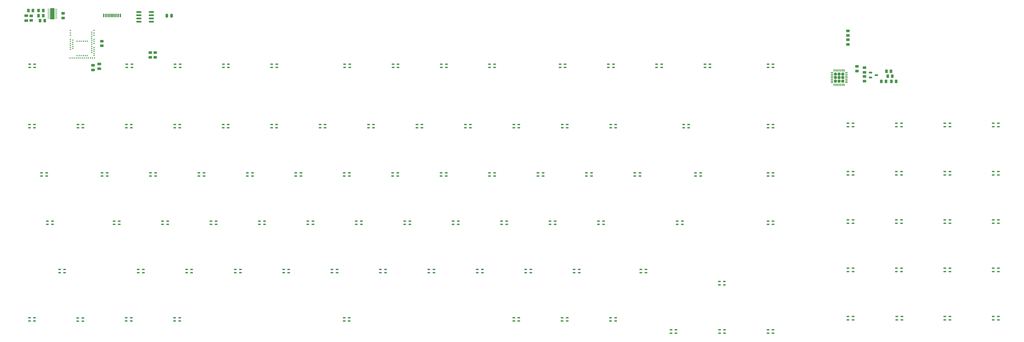
<source format=gbr>
%TF.GenerationSoftware,KiCad,Pcbnew,9.0.3*%
%TF.CreationDate,2026-01-06T15:55:55+03:00*%
%TF.ProjectId,Keyboard,4b657962-6f61-4726-942e-6b696361645f,rev?*%
%TF.SameCoordinates,Original*%
%TF.FileFunction,Paste,Top*%
%TF.FilePolarity,Positive*%
%FSLAX46Y46*%
G04 Gerber Fmt 4.6, Leading zero omitted, Abs format (unit mm)*
G04 Created by KiCad (PCBNEW 9.0.3) date 2026-01-06 15:55:55*
%MOMM*%
%LPD*%
G01*
G04 APERTURE LIST*
G04 Aperture macros list*
%AMRoundRect*
0 Rectangle with rounded corners*
0 $1 Rounding radius*
0 $2 $3 $4 $5 $6 $7 $8 $9 X,Y pos of 4 corners*
0 Add a 4 corners polygon primitive as box body*
4,1,4,$2,$3,$4,$5,$6,$7,$8,$9,$2,$3,0*
0 Add four circle primitives for the rounded corners*
1,1,$1+$1,$2,$3*
1,1,$1+$1,$4,$5*
1,1,$1+$1,$6,$7*
1,1,$1+$1,$8,$9*
0 Add four rect primitives between the rounded corners*
20,1,$1+$1,$2,$3,$4,$5,0*
20,1,$1+$1,$4,$5,$6,$7,0*
20,1,$1+$1,$6,$7,$8,$9,0*
20,1,$1+$1,$8,$9,$2,$3,0*%
G04 Aperture macros list end*
%ADD10C,0.000000*%
%ADD11RoundRect,0.250000X-0.475000X0.250000X-0.475000X-0.250000X0.475000X-0.250000X0.475000X0.250000X0*%
%ADD12RoundRect,0.250000X0.475000X-0.250000X0.475000X0.250000X-0.475000X0.250000X-0.475000X-0.250000X0*%
%ADD13RoundRect,0.250000X-0.250000X-0.475000X0.250000X-0.475000X0.250000X0.475000X-0.250000X0.475000X0*%
%ADD14R,1.000000X0.600000*%
%ADD15RoundRect,0.150000X-0.512500X-0.150000X0.512500X-0.150000X0.512500X0.150000X-0.512500X0.150000X0*%
%ADD16R,0.600000X1.450000*%
%ADD17R,0.300000X1.450000*%
%ADD18RoundRect,0.250000X-0.262500X-0.450000X0.262500X-0.450000X0.262500X0.450000X-0.262500X0.450000X0*%
%ADD19RoundRect,0.250000X0.262500X0.450000X-0.262500X0.450000X-0.262500X-0.450000X0.262500X-0.450000X0*%
%ADD20RoundRect,0.250000X-0.450000X0.262500X-0.450000X-0.262500X0.450000X-0.262500X0.450000X0.262500X0*%
%ADD21RoundRect,0.250000X0.450000X-0.262500X0.450000X0.262500X-0.450000X0.262500X-0.450000X-0.262500X0*%
%ADD22R,1.750000X4.500001*%
%ADD23R,0.804800X0.249200*%
%ADD24RoundRect,0.150000X-0.825000X-0.150000X0.825000X-0.150000X0.825000X0.150000X-0.825000X0.150000X0*%
%ADD25R,0.400000X0.600000*%
%ADD26R,0.600000X0.400000*%
%ADD27RoundRect,0.250000X-0.320000X0.320000X-0.320000X-0.320000X0.320000X-0.320000X0.320000X0.320000X0*%
%ADD28RoundRect,0.075000X-0.075000X0.437500X-0.075000X-0.437500X0.075000X-0.437500X0.075000X0.437500X0*%
%ADD29RoundRect,0.075000X-0.437500X0.075000X-0.437500X-0.075000X0.437500X-0.075000X0.437500X0.075000X0*%
G04 APERTURE END LIST*
D10*
%TO.C,U1*%
G36*
X21572600Y-7900000D02*
G01*
X20022600Y-7900000D01*
X20022600Y-6599999D01*
X21572600Y-6599999D01*
X21572600Y-7900000D01*
G37*
G36*
X21572600Y-6399999D02*
G01*
X20022600Y-6399999D01*
X20022600Y-5099999D01*
X21572600Y-5099999D01*
X21572600Y-6399999D01*
G37*
G36*
X21572600Y-4899999D02*
G01*
X20022600Y-4899999D01*
X20022600Y-3599998D01*
X21572600Y-3599998D01*
X21572600Y-4899999D01*
G37*
%TD*%
D11*
%TO.C,C1*%
X36750000Y-27950000D03*
X36750000Y-26050000D03*
%TD*%
%TO.C,C2*%
X39250000Y-27450000D03*
X39250000Y-25550000D03*
%TD*%
D12*
%TO.C,C4*%
X10500000Y-6550000D03*
X10500000Y-8450000D03*
%TD*%
D13*
%TO.C,C7*%
X67700000Y-6500000D03*
X65800000Y-6500000D03*
%TD*%
D14*
%TO.C,D104*%
X11850000Y-26950000D03*
X11850000Y-25650000D03*
X13850000Y-25650000D03*
X13850000Y-26950000D03*
%TD*%
%TO.C,D105*%
X50050000Y-26950000D03*
X50050000Y-25650000D03*
X52050000Y-25650000D03*
X52050000Y-26950000D03*
%TD*%
%TO.C,D106*%
X69050000Y-26950000D03*
X69050000Y-25650000D03*
X71050000Y-25650000D03*
X71050000Y-26950000D03*
%TD*%
%TO.C,D107*%
X88050000Y-26950000D03*
X88050000Y-25650000D03*
X90050000Y-25650000D03*
X90050000Y-26950000D03*
%TD*%
%TO.C,D108*%
X107050000Y-26950000D03*
X107050000Y-25650000D03*
X109050000Y-25650000D03*
X109050000Y-26950000D03*
%TD*%
%TO.C,D109*%
X135750000Y-26950000D03*
X135750000Y-25650000D03*
X137750000Y-25650000D03*
X137750000Y-26950000D03*
%TD*%
%TO.C,D110*%
X154750000Y-26950000D03*
X154750000Y-25650000D03*
X156750000Y-25650000D03*
X156750000Y-26950000D03*
%TD*%
%TO.C,D111*%
X173750000Y-26950000D03*
X173750000Y-25650000D03*
X175750000Y-25650000D03*
X175750000Y-26950000D03*
%TD*%
%TO.C,D112*%
X192750000Y-26950000D03*
X192750000Y-25650000D03*
X194750000Y-25650000D03*
X194750000Y-26950000D03*
%TD*%
%TO.C,D113*%
X220450000Y-26950000D03*
X220450000Y-25650000D03*
X222450000Y-25650000D03*
X222450000Y-26950000D03*
%TD*%
%TO.C,D114*%
X239450000Y-26950000D03*
X239450000Y-25650000D03*
X241450000Y-25650000D03*
X241450000Y-26950000D03*
%TD*%
%TO.C,D115*%
X258450000Y-26950000D03*
X258450000Y-25650000D03*
X260450000Y-25650000D03*
X260450000Y-26950000D03*
%TD*%
%TO.C,D116*%
X277450000Y-26950000D03*
X277450000Y-25650000D03*
X279450000Y-25650000D03*
X279450000Y-26950000D03*
%TD*%
%TO.C,D117*%
X302250000Y-26950000D03*
X302250000Y-25650000D03*
X304250000Y-25650000D03*
X304250000Y-26950000D03*
%TD*%
%TO.C,D118*%
X11750000Y-50750000D03*
X11750000Y-49450000D03*
X13750000Y-49450000D03*
X13750000Y-50750000D03*
%TD*%
%TO.C,D119*%
X30800000Y-50750000D03*
X30800000Y-49450000D03*
X32800000Y-49450000D03*
X32800000Y-50750000D03*
%TD*%
%TO.C,D120*%
X49850000Y-50750000D03*
X49850000Y-49450000D03*
X51850000Y-49450000D03*
X51850000Y-50750000D03*
%TD*%
%TO.C,D121*%
X68900000Y-50750000D03*
X68900000Y-49450000D03*
X70900000Y-49450000D03*
X70900000Y-50750000D03*
%TD*%
%TO.C,D122*%
X87950000Y-50750000D03*
X87950000Y-49450000D03*
X89950000Y-49450000D03*
X89950000Y-50750000D03*
%TD*%
%TO.C,D123*%
X107000000Y-50750000D03*
X107000000Y-49450000D03*
X109000000Y-49450000D03*
X109000000Y-50750000D03*
%TD*%
%TO.C,D124*%
X126050000Y-50750000D03*
X126050000Y-49450000D03*
X128050000Y-49450000D03*
X128050000Y-50750000D03*
%TD*%
%TO.C,D125*%
X145100000Y-50750000D03*
X145100000Y-49450000D03*
X147100000Y-49450000D03*
X147100000Y-50750000D03*
%TD*%
%TO.C,D126*%
X164150000Y-50750000D03*
X164150000Y-49450000D03*
X166150000Y-49450000D03*
X166150000Y-50750000D03*
%TD*%
%TO.C,D127*%
X183200000Y-50750000D03*
X183200000Y-49450000D03*
X185200000Y-49450000D03*
X185200000Y-50750000D03*
%TD*%
%TO.C,D128*%
X202250000Y-50750000D03*
X202250000Y-49450000D03*
X204250000Y-49450000D03*
X204250000Y-50750000D03*
%TD*%
%TO.C,D129*%
X221300000Y-50750000D03*
X221300000Y-49450000D03*
X223300000Y-49450000D03*
X223300000Y-50750000D03*
%TD*%
%TO.C,D130*%
X240350000Y-50750000D03*
X240350000Y-49450000D03*
X242350000Y-49450000D03*
X242350000Y-50750000D03*
%TD*%
%TO.C,D131*%
X269050000Y-50750000D03*
X269050000Y-49450000D03*
X271050000Y-49450000D03*
X271050000Y-50750000D03*
%TD*%
%TO.C,D132*%
X304250000Y-50750000D03*
X304250000Y-49450000D03*
X302250000Y-49450000D03*
X302250000Y-50750000D03*
%TD*%
%TO.C,D133*%
X16550000Y-69800000D03*
X16550000Y-68500000D03*
X18550000Y-68500000D03*
X18550000Y-69800000D03*
%TD*%
%TO.C,D134*%
X40350000Y-69800000D03*
X40350000Y-68500000D03*
X42350000Y-68500000D03*
X42350000Y-69800000D03*
%TD*%
%TO.C,D135*%
X59400000Y-69800000D03*
X59400000Y-68500000D03*
X61400000Y-68500000D03*
X61400000Y-69800000D03*
%TD*%
%TO.C,D136*%
X78450000Y-69800000D03*
X78450000Y-68500000D03*
X80450000Y-68500000D03*
X80450000Y-69800000D03*
%TD*%
%TO.C,D137*%
X97500000Y-69800000D03*
X97500000Y-68500000D03*
X99500000Y-68500000D03*
X99500000Y-69800000D03*
%TD*%
%TO.C,D138*%
X116550000Y-69800000D03*
X116550000Y-68500000D03*
X118550000Y-68500000D03*
X118550000Y-69800000D03*
%TD*%
%TO.C,D139*%
X135600000Y-69800000D03*
X135600000Y-68500000D03*
X137600000Y-68500000D03*
X137600000Y-69800000D03*
%TD*%
%TO.C,D140*%
X154650000Y-69800000D03*
X154650000Y-68500000D03*
X156650000Y-68500000D03*
X156650000Y-69800000D03*
%TD*%
%TO.C,D141*%
X173700000Y-69800000D03*
X173700000Y-68500000D03*
X175700000Y-68500000D03*
X175700000Y-69800000D03*
%TD*%
%TO.C,D142*%
X192750000Y-69800000D03*
X192750000Y-68500000D03*
X194750000Y-68500000D03*
X194750000Y-69800000D03*
%TD*%
%TO.C,D143*%
X211800000Y-69800000D03*
X211800000Y-68500000D03*
X213800000Y-68500000D03*
X213800000Y-69800000D03*
%TD*%
%TO.C,D144*%
X230850000Y-69800000D03*
X230850000Y-68500000D03*
X232850000Y-68500000D03*
X232850000Y-69800000D03*
%TD*%
%TO.C,D145*%
X249900000Y-69800000D03*
X249900000Y-68500000D03*
X251900000Y-68500000D03*
X251900000Y-69800000D03*
%TD*%
%TO.C,D146*%
X273750000Y-69800000D03*
X273750000Y-68500000D03*
X275750000Y-68500000D03*
X275750000Y-69800000D03*
%TD*%
%TO.C,D147*%
X302250000Y-69800000D03*
X302250000Y-68500000D03*
X304250000Y-68500000D03*
X304250000Y-69800000D03*
%TD*%
%TO.C,D148*%
X18850000Y-88850000D03*
X18850000Y-87550000D03*
X20850000Y-87550000D03*
X20850000Y-88850000D03*
%TD*%
%TO.C,D149*%
X45050000Y-88850000D03*
X45050000Y-87550000D03*
X47050000Y-87550000D03*
X47050000Y-88850000D03*
%TD*%
%TO.C,D150*%
X64150000Y-88850000D03*
X64150000Y-87550000D03*
X66150000Y-87550000D03*
X66150000Y-88850000D03*
%TD*%
%TO.C,D151*%
X83200000Y-88850000D03*
X83200000Y-87550000D03*
X85200000Y-87550000D03*
X85200000Y-88850000D03*
%TD*%
%TO.C,D152*%
X102250000Y-88850000D03*
X102250000Y-87550000D03*
X104250000Y-87550000D03*
X104250000Y-88850000D03*
%TD*%
%TO.C,D153*%
X121250000Y-88850000D03*
X121250000Y-87550000D03*
X123250000Y-87550000D03*
X123250000Y-88850000D03*
%TD*%
%TO.C,D154*%
X140300000Y-88850000D03*
X140300000Y-87550000D03*
X142300000Y-87550000D03*
X142300000Y-88850000D03*
%TD*%
%TO.C,D155*%
X159350000Y-88850000D03*
X159350000Y-87550000D03*
X161350000Y-87550000D03*
X161350000Y-88850000D03*
%TD*%
%TO.C,D156*%
X178400000Y-88850000D03*
X178400000Y-87550000D03*
X180400000Y-87550000D03*
X180400000Y-88850000D03*
%TD*%
%TO.C,D157*%
X197450000Y-88850000D03*
X197450000Y-87550000D03*
X199450000Y-87550000D03*
X199450000Y-88850000D03*
%TD*%
%TO.C,D158*%
X216500000Y-88850000D03*
X216500000Y-87550000D03*
X218500000Y-87550000D03*
X218500000Y-88850000D03*
%TD*%
%TO.C,D159*%
X235550000Y-88850000D03*
X235550000Y-87550000D03*
X237550000Y-87550000D03*
X237550000Y-88850000D03*
%TD*%
%TO.C,D160*%
X266550000Y-88850000D03*
X266550000Y-87550000D03*
X268550000Y-87550000D03*
X268550000Y-88850000D03*
%TD*%
%TO.C,D161*%
X302250000Y-88850000D03*
X302250000Y-87550000D03*
X304250000Y-87550000D03*
X304250000Y-88850000D03*
%TD*%
%TO.C,D162*%
X23600000Y-107900000D03*
X23600000Y-106600000D03*
X25600000Y-106600000D03*
X25600000Y-107900000D03*
%TD*%
%TO.C,D163*%
X54550000Y-107900000D03*
X54550000Y-106600000D03*
X56550000Y-106600000D03*
X56550000Y-107900000D03*
%TD*%
%TO.C,D164*%
X73550000Y-107900000D03*
X73550000Y-106600000D03*
X75550000Y-106600000D03*
X75550000Y-107900000D03*
%TD*%
%TO.C,D165*%
X92750000Y-107900000D03*
X92750000Y-106600000D03*
X94750000Y-106600000D03*
X94750000Y-107900000D03*
%TD*%
%TO.C,D166*%
X111750000Y-107900000D03*
X111750000Y-106600000D03*
X113750000Y-106600000D03*
X113750000Y-107900000D03*
%TD*%
%TO.C,D167*%
X130750000Y-107900000D03*
X130750000Y-106600000D03*
X132750000Y-106600000D03*
X132750000Y-107900000D03*
%TD*%
%TO.C,D168*%
X149800000Y-107900000D03*
X149800000Y-106600000D03*
X151800000Y-106600000D03*
X151800000Y-107900000D03*
%TD*%
%TO.C,D169*%
X168850000Y-107900000D03*
X168850000Y-106600000D03*
X170850000Y-106600000D03*
X170850000Y-107900000D03*
%TD*%
%TO.C,D170*%
X187900000Y-107900000D03*
X187900000Y-106600000D03*
X189900000Y-106600000D03*
X189900000Y-107900000D03*
%TD*%
%TO.C,D171*%
X206950000Y-107900000D03*
X206950000Y-106600000D03*
X208950000Y-106600000D03*
X208950000Y-107900000D03*
%TD*%
%TO.C,D172*%
X226000000Y-107900000D03*
X226000000Y-106600000D03*
X228000000Y-106600000D03*
X228000000Y-107900000D03*
%TD*%
%TO.C,D173*%
X252250000Y-107900000D03*
X252250000Y-106600000D03*
X254250000Y-106600000D03*
X254250000Y-107900000D03*
%TD*%
%TO.C,D174*%
X283100000Y-112650000D03*
X283100000Y-111350000D03*
X285100000Y-111350000D03*
X285100000Y-112650000D03*
%TD*%
%TO.C,D175*%
X11750000Y-126950000D03*
X11750000Y-125650000D03*
X13750000Y-125650000D03*
X13750000Y-126950000D03*
%TD*%
%TO.C,D176*%
X30750000Y-127000000D03*
X30750000Y-125700000D03*
X32750000Y-125700000D03*
X32750000Y-127000000D03*
%TD*%
%TO.C,D177*%
X49800000Y-126950000D03*
X49800000Y-125650000D03*
X51800000Y-125650000D03*
X51800000Y-126950000D03*
%TD*%
%TO.C,D178*%
X68850000Y-126950000D03*
X68850000Y-125650000D03*
X70850000Y-125650000D03*
X70850000Y-126950000D03*
%TD*%
%TO.C,D179*%
X135550000Y-126950000D03*
X135550000Y-125650000D03*
X137550000Y-125650000D03*
X137550000Y-126950000D03*
%TD*%
%TO.C,D180*%
X202250000Y-126950000D03*
X202250000Y-125650000D03*
X204250000Y-125650000D03*
X204250000Y-126950000D03*
%TD*%
%TO.C,D181*%
X221250000Y-126950000D03*
X221250000Y-125650000D03*
X223250000Y-125650000D03*
X223250000Y-126950000D03*
%TD*%
%TO.C,D182*%
X240300000Y-126950000D03*
X240300000Y-125650000D03*
X242300000Y-125650000D03*
X242300000Y-126950000D03*
%TD*%
%TO.C,D183*%
X264050000Y-131700000D03*
X264050000Y-130400000D03*
X266050000Y-130400000D03*
X266050000Y-131700000D03*
%TD*%
%TO.C,D184*%
X283200000Y-131700000D03*
X283200000Y-130400000D03*
X285200000Y-130400000D03*
X285200000Y-131700000D03*
%TD*%
%TO.C,D185*%
X302250000Y-131700000D03*
X302250000Y-130400000D03*
X304250000Y-130400000D03*
X304250000Y-131700000D03*
%TD*%
%TO.C,D186*%
X335722669Y-50259735D03*
X335722669Y-48959735D03*
X333722669Y-48959735D03*
X333722669Y-50259735D03*
%TD*%
%TO.C,D187*%
X352772669Y-50259735D03*
X352772669Y-48959735D03*
X354772669Y-48959735D03*
X354772669Y-50259735D03*
%TD*%
%TO.C,D188*%
X371822669Y-50259735D03*
X371822669Y-48959735D03*
X373822669Y-48959735D03*
X373822669Y-50259735D03*
%TD*%
%TO.C,D189*%
X390872669Y-50259735D03*
X390872669Y-48959735D03*
X392872669Y-48959735D03*
X392872669Y-50259735D03*
%TD*%
%TO.C,D190*%
X333722669Y-69309735D03*
X333722669Y-68009735D03*
X335722669Y-68009735D03*
X335722669Y-69309735D03*
%TD*%
%TO.C,D191*%
X352772669Y-69309735D03*
X352772669Y-68009735D03*
X354772669Y-68009735D03*
X354772669Y-69309735D03*
%TD*%
%TO.C,D192*%
X371822669Y-69309735D03*
X371822669Y-68009735D03*
X373822669Y-68009735D03*
X373822669Y-69309735D03*
%TD*%
%TO.C,D193*%
X390872669Y-69309735D03*
X390872669Y-68009735D03*
X392872669Y-68009735D03*
X392872669Y-69309735D03*
%TD*%
%TO.C,D194*%
X333722669Y-88359735D03*
X333722669Y-87059735D03*
X335722669Y-87059735D03*
X335722669Y-88359735D03*
%TD*%
%TO.C,D195*%
X352772669Y-88359735D03*
X352772669Y-87059735D03*
X354772669Y-87059735D03*
X354772669Y-88359735D03*
%TD*%
%TO.C,D196*%
X371822669Y-88359735D03*
X371822669Y-87059735D03*
X373822669Y-87059735D03*
X373822669Y-88359735D03*
%TD*%
%TO.C,D197*%
X390872669Y-88359735D03*
X390872669Y-87059735D03*
X392872669Y-87059735D03*
X392872669Y-88359735D03*
%TD*%
%TO.C,D198*%
X335722669Y-107409735D03*
X335722669Y-106109735D03*
X333722669Y-106109735D03*
X333722669Y-107409735D03*
%TD*%
%TO.C,D199*%
X352772669Y-107409735D03*
X352772669Y-106109735D03*
X354772669Y-106109735D03*
X354772669Y-107409735D03*
%TD*%
%TO.C,D200*%
X371822669Y-107409735D03*
X371822669Y-106109735D03*
X373822669Y-106109735D03*
X373822669Y-107409735D03*
%TD*%
%TO.C,D201*%
X390872669Y-107409735D03*
X390872669Y-106109735D03*
X392872669Y-106109735D03*
X392872669Y-107409735D03*
%TD*%
%TO.C,D202*%
X335722669Y-126459735D03*
X335722669Y-125159735D03*
X333722669Y-125159735D03*
X333722669Y-126459735D03*
%TD*%
%TO.C,D203*%
X352922669Y-126459735D03*
X352922669Y-125159735D03*
X354922669Y-125159735D03*
X354922669Y-126459735D03*
%TD*%
%TO.C,D204*%
X371822669Y-126459735D03*
X371822669Y-125159735D03*
X373822669Y-125159735D03*
X373822669Y-126459735D03*
%TD*%
%TO.C,D205*%
X390872669Y-126459735D03*
X390872669Y-125159735D03*
X392872669Y-125159735D03*
X392872669Y-126459735D03*
%TD*%
D15*
%TO.C,D206*%
X344865169Y-29932235D03*
X342590169Y-30882235D03*
X342590169Y-28982235D03*
%TD*%
D16*
%TO.C,J1*%
X47500000Y-6445000D03*
X46700000Y-6445000D03*
D17*
X45500000Y-6445000D03*
X44500000Y-6445000D03*
X44000000Y-6445000D03*
X43000000Y-6445000D03*
D16*
X41800000Y-6445000D03*
X41000000Y-6445000D03*
X41000000Y-6445000D03*
X41800000Y-6445000D03*
D17*
X42500000Y-6445000D03*
X43500000Y-6445000D03*
X45000000Y-6445000D03*
X46000000Y-6445000D03*
D16*
X46700000Y-6445000D03*
X47500000Y-6445000D03*
%TD*%
D18*
%TO.C,R3*%
X17162500Y-6500000D03*
X15337500Y-6500000D03*
%TD*%
D19*
%TO.C,R4*%
X15966225Y-8430038D03*
X17791225Y-8430038D03*
%TD*%
D20*
%TO.C,R6*%
X12500000Y-8412500D03*
X12500000Y-6587500D03*
%TD*%
D19*
%TO.C,R7*%
X11337500Y-4500000D03*
X13162500Y-4500000D03*
%TD*%
D21*
%TO.C,R12*%
X59250000Y-21087500D03*
X59250000Y-22912500D03*
%TD*%
%TO.C,R13*%
X61250000Y-21087500D03*
X61250000Y-22912500D03*
%TD*%
%TO.C,R14*%
X337227669Y-26519735D03*
X337227669Y-28344735D03*
%TD*%
D20*
%TO.C,R15*%
X333727669Y-17844735D03*
X333727669Y-16019735D03*
%TD*%
%TO.C,R16*%
X333727669Y-14344735D03*
X333727669Y-12519735D03*
%TD*%
%TO.C,R17*%
X340227669Y-28844735D03*
X340227669Y-27019735D03*
%TD*%
D21*
%TO.C,R18*%
X340227669Y-32344735D03*
X340227669Y-30519735D03*
%TD*%
D18*
%TO.C,R19*%
X17162500Y-4500000D03*
X15337500Y-4500000D03*
%TD*%
D20*
%TO.C,R21*%
X25000000Y-7412500D03*
X25000000Y-5587500D03*
%TD*%
D21*
%TO.C,R22*%
X40250000Y-16587500D03*
X40250000Y-18412500D03*
%TD*%
D19*
%TO.C,R23*%
X350640169Y-28432235D03*
X348815169Y-28432235D03*
%TD*%
%TO.C,R24*%
X346815169Y-32432235D03*
X348640169Y-32432235D03*
%TD*%
%TO.C,R25*%
X351140169Y-30432235D03*
X349315169Y-30432235D03*
%TD*%
D18*
%TO.C,R27*%
X350815169Y-32432235D03*
X352640169Y-32432235D03*
%TD*%
D22*
%TO.C,U1*%
X20797600Y-5749999D03*
D23*
X22250000Y-4000000D03*
X22250000Y-4499999D03*
X22250000Y-5000001D03*
X22250000Y-5499999D03*
X22250000Y-5999999D03*
X22250000Y-6500000D03*
X22250000Y-6999999D03*
X22250000Y-7500001D03*
X19345200Y-7499998D03*
X19345200Y-6999999D03*
X19345200Y-6499997D03*
X19345200Y-5999999D03*
X19345200Y-5499999D03*
X19345200Y-4999998D03*
X19345200Y-4499999D03*
X19345200Y-3999997D03*
%TD*%
D24*
%TO.C,U2*%
X59725000Y-5095000D03*
X59725000Y-6365000D03*
X59725000Y-7635000D03*
X59725000Y-8905000D03*
X54775000Y-8905000D03*
X54775000Y-7635000D03*
X54775000Y-6365000D03*
X54775000Y-5095000D03*
%TD*%
D25*
%TO.C,U3*%
X34515794Y-16609887D03*
X33715794Y-16609887D03*
X32915794Y-16609887D03*
X32115794Y-16609887D03*
X31315794Y-16609887D03*
X30515794Y-16609887D03*
D26*
X37165794Y-12309887D03*
X36265794Y-13009887D03*
X37165794Y-13409887D03*
X36265794Y-13809887D03*
X37165794Y-14209887D03*
X36265794Y-14609887D03*
X36265794Y-15409887D03*
X37165794Y-15809887D03*
X36265794Y-16209887D03*
X37165794Y-16609887D03*
X36265794Y-17009887D03*
X37165794Y-17409887D03*
X36265794Y-17809887D03*
X36265794Y-18609887D03*
X37165794Y-19009887D03*
X36265794Y-19409887D03*
X37165794Y-19809887D03*
X36265794Y-20209887D03*
X37165794Y-20609887D03*
X36265794Y-21009887D03*
X37165794Y-21409887D03*
X37165794Y-22209887D03*
D25*
X37315794Y-23209887D03*
X36515794Y-23209887D03*
X35715794Y-23209887D03*
X34915794Y-23209887D03*
X34515794Y-22309887D03*
X34115794Y-23209887D03*
X33715794Y-22309887D03*
X33315794Y-23209887D03*
X32915794Y-22309887D03*
X32515794Y-23209887D03*
X32115794Y-22309887D03*
X31715794Y-23209887D03*
X31315794Y-22309887D03*
X30915794Y-23209887D03*
X30515794Y-22309887D03*
X30115794Y-23209887D03*
X29315794Y-23209887D03*
X28515794Y-23209887D03*
X27715794Y-23209887D03*
D26*
X27865794Y-19809887D03*
X28765794Y-19409887D03*
X27865794Y-19009887D03*
X28765794Y-18609887D03*
X27865794Y-18209887D03*
X28765794Y-17809887D03*
X27865794Y-17409887D03*
X28765794Y-17009887D03*
X27865794Y-16609887D03*
X28765794Y-16209887D03*
X27865794Y-15809887D03*
X27865794Y-14209887D03*
X27865794Y-13409887D03*
X27865794Y-12309887D03*
%TD*%
D27*
%TO.C,U7*%
X331647669Y-29512235D03*
X330227669Y-29512235D03*
X328807669Y-29512235D03*
X331647669Y-30932235D03*
X330227669Y-30932235D03*
X328807669Y-30932235D03*
X331647669Y-32352235D03*
X330227669Y-32352235D03*
X328807669Y-32352235D03*
D28*
X332177669Y-28094735D03*
X331527669Y-28094735D03*
X330877669Y-28094735D03*
X330227669Y-28094735D03*
X329577669Y-28094735D03*
X328927669Y-28094735D03*
X328277669Y-28094735D03*
D29*
X327390169Y-28982235D03*
X327390169Y-29632235D03*
X327390169Y-30282235D03*
X327390169Y-30932235D03*
X327390169Y-31582235D03*
X327390169Y-32232235D03*
X327390169Y-32882235D03*
D28*
X328277669Y-33769735D03*
X328927669Y-33769735D03*
X329577669Y-33769735D03*
X330227669Y-33769735D03*
X330877669Y-33769735D03*
X331527669Y-33769735D03*
X332177669Y-33769735D03*
D29*
X333065169Y-32882235D03*
X333065169Y-32232235D03*
X333065169Y-31582235D03*
X333065169Y-30932235D03*
X333065169Y-30282235D03*
X333065169Y-29632235D03*
X333065169Y-28982235D03*
%TD*%
M02*

</source>
